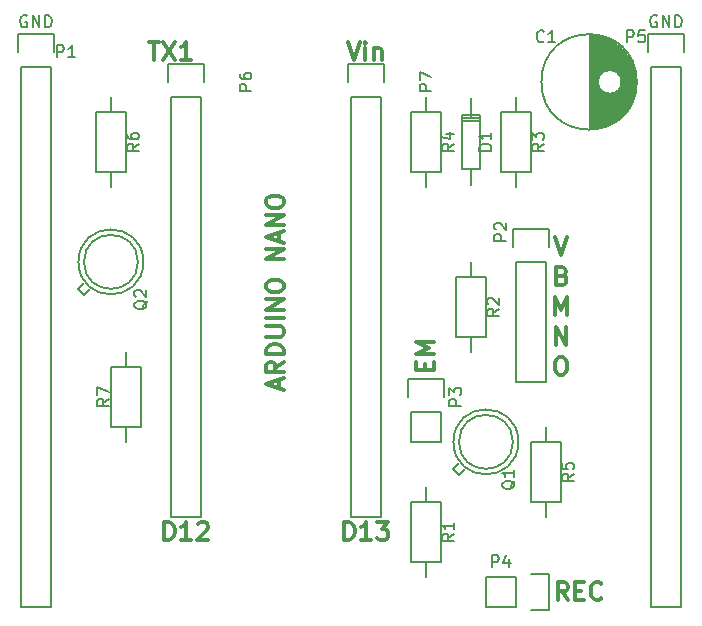
<source format=gbr>
G04 #@! TF.FileFunction,Legend,Top*
%FSLAX46Y46*%
G04 Gerber Fmt 4.6, Leading zero omitted, Abs format (unit mm)*
G04 Created by KiCad (PCBNEW 4.0.4+e1-6308~48~ubuntu16.04.1-stable) date Thu Sep 22 16:48:10 2016*
%MOMM*%
%LPD*%
G01*
G04 APERTURE LIST*
%ADD10C,0.100000*%
%ADD11C,0.300000*%
%ADD12C,0.150000*%
G04 APERTURE END LIST*
D10*
D11*
X57868572Y-117518571D02*
X57868572Y-116018571D01*
X58225715Y-116018571D01*
X58440000Y-116090000D01*
X58582858Y-116232857D01*
X58654286Y-116375714D01*
X58725715Y-116661429D01*
X58725715Y-116875714D01*
X58654286Y-117161429D01*
X58582858Y-117304286D01*
X58440000Y-117447143D01*
X58225715Y-117518571D01*
X57868572Y-117518571D01*
X60154286Y-117518571D02*
X59297143Y-117518571D01*
X59725715Y-117518571D02*
X59725715Y-116018571D01*
X59582858Y-116232857D01*
X59440000Y-116375714D01*
X59297143Y-116447143D01*
X60654286Y-116018571D02*
X61582857Y-116018571D01*
X61082857Y-116590000D01*
X61297143Y-116590000D01*
X61440000Y-116661429D01*
X61511429Y-116732857D01*
X61582857Y-116875714D01*
X61582857Y-117232857D01*
X61511429Y-117375714D01*
X61440000Y-117447143D01*
X61297143Y-117518571D01*
X60868571Y-117518571D01*
X60725714Y-117447143D01*
X60654286Y-117375714D01*
X42628572Y-117518571D02*
X42628572Y-116018571D01*
X42985715Y-116018571D01*
X43200000Y-116090000D01*
X43342858Y-116232857D01*
X43414286Y-116375714D01*
X43485715Y-116661429D01*
X43485715Y-116875714D01*
X43414286Y-117161429D01*
X43342858Y-117304286D01*
X43200000Y-117447143D01*
X42985715Y-117518571D01*
X42628572Y-117518571D01*
X44914286Y-117518571D02*
X44057143Y-117518571D01*
X44485715Y-117518571D02*
X44485715Y-116018571D01*
X44342858Y-116232857D01*
X44200000Y-116375714D01*
X44057143Y-116447143D01*
X45485714Y-116161429D02*
X45557143Y-116090000D01*
X45700000Y-116018571D01*
X46057143Y-116018571D01*
X46200000Y-116090000D01*
X46271429Y-116161429D01*
X46342857Y-116304286D01*
X46342857Y-116447143D01*
X46271429Y-116661429D01*
X45414286Y-117518571D01*
X46342857Y-117518571D01*
X58154286Y-75378571D02*
X58654286Y-76878571D01*
X59154286Y-75378571D01*
X59654286Y-76878571D02*
X59654286Y-75878571D01*
X59654286Y-75378571D02*
X59582857Y-75450000D01*
X59654286Y-75521429D01*
X59725714Y-75450000D01*
X59654286Y-75378571D01*
X59654286Y-75521429D01*
X60368572Y-75878571D02*
X60368572Y-76878571D01*
X60368572Y-76021429D02*
X60440000Y-75950000D01*
X60582858Y-75878571D01*
X60797143Y-75878571D01*
X60940000Y-75950000D01*
X61011429Y-76092857D01*
X61011429Y-76878571D01*
X41322858Y-75378571D02*
X42180001Y-75378571D01*
X41751430Y-76878571D02*
X41751430Y-75378571D01*
X42537144Y-75378571D02*
X43537144Y-76878571D01*
X43537144Y-75378571D02*
X42537144Y-76878571D01*
X44894286Y-76878571D02*
X44037143Y-76878571D01*
X44465715Y-76878571D02*
X44465715Y-75378571D01*
X44322858Y-75592857D01*
X44180000Y-75735714D01*
X44037143Y-75807143D01*
X52320000Y-104662858D02*
X52320000Y-103948572D01*
X52748571Y-104805715D02*
X51248571Y-104305715D01*
X52748571Y-103805715D01*
X52748571Y-102448572D02*
X52034286Y-102948572D01*
X52748571Y-103305715D02*
X51248571Y-103305715D01*
X51248571Y-102734287D01*
X51320000Y-102591429D01*
X51391429Y-102520001D01*
X51534286Y-102448572D01*
X51748571Y-102448572D01*
X51891429Y-102520001D01*
X51962857Y-102591429D01*
X52034286Y-102734287D01*
X52034286Y-103305715D01*
X52748571Y-101805715D02*
X51248571Y-101805715D01*
X51248571Y-101448572D01*
X51320000Y-101234287D01*
X51462857Y-101091429D01*
X51605714Y-101020001D01*
X51891429Y-100948572D01*
X52105714Y-100948572D01*
X52391429Y-101020001D01*
X52534286Y-101091429D01*
X52677143Y-101234287D01*
X52748571Y-101448572D01*
X52748571Y-101805715D01*
X51248571Y-100305715D02*
X52462857Y-100305715D01*
X52605714Y-100234287D01*
X52677143Y-100162858D01*
X52748571Y-100020001D01*
X52748571Y-99734287D01*
X52677143Y-99591429D01*
X52605714Y-99520001D01*
X52462857Y-99448572D01*
X51248571Y-99448572D01*
X52748571Y-98734286D02*
X51248571Y-98734286D01*
X52748571Y-98020000D02*
X51248571Y-98020000D01*
X52748571Y-97162857D01*
X51248571Y-97162857D01*
X51248571Y-96162857D02*
X51248571Y-95877143D01*
X51320000Y-95734285D01*
X51462857Y-95591428D01*
X51748571Y-95520000D01*
X52248571Y-95520000D01*
X52534286Y-95591428D01*
X52677143Y-95734285D01*
X52748571Y-95877143D01*
X52748571Y-96162857D01*
X52677143Y-96305714D01*
X52534286Y-96448571D01*
X52248571Y-96520000D01*
X51748571Y-96520000D01*
X51462857Y-96448571D01*
X51320000Y-96305714D01*
X51248571Y-96162857D01*
X52748571Y-93734285D02*
X51248571Y-93734285D01*
X52748571Y-92877142D01*
X51248571Y-92877142D01*
X52320000Y-92234285D02*
X52320000Y-91519999D01*
X52748571Y-92377142D02*
X51248571Y-91877142D01*
X52748571Y-91377142D01*
X52748571Y-90877142D02*
X51248571Y-90877142D01*
X52748571Y-90019999D01*
X51248571Y-90019999D01*
X51248571Y-89019999D02*
X51248571Y-88734285D01*
X51320000Y-88591427D01*
X51462857Y-88448570D01*
X51748571Y-88377142D01*
X52248571Y-88377142D01*
X52534286Y-88448570D01*
X52677143Y-88591427D01*
X52748571Y-88734285D01*
X52748571Y-89019999D01*
X52677143Y-89162856D01*
X52534286Y-89305713D01*
X52248571Y-89377142D01*
X51748571Y-89377142D01*
X51462857Y-89305713D01*
X51320000Y-89162856D01*
X51248571Y-89019999D01*
X76057143Y-102048571D02*
X76342857Y-102048571D01*
X76485715Y-102120000D01*
X76628572Y-102262857D01*
X76700000Y-102548571D01*
X76700000Y-103048571D01*
X76628572Y-103334286D01*
X76485715Y-103477143D01*
X76342857Y-103548571D01*
X76057143Y-103548571D01*
X75914286Y-103477143D01*
X75771429Y-103334286D01*
X75700000Y-103048571D01*
X75700000Y-102548571D01*
X75771429Y-102262857D01*
X75914286Y-102120000D01*
X76057143Y-102048571D01*
X75771429Y-101008571D02*
X75771429Y-99508571D01*
X76628572Y-101008571D01*
X76628572Y-99508571D01*
X75700000Y-98468571D02*
X75700000Y-96968571D01*
X76200000Y-98040000D01*
X76700000Y-96968571D01*
X76700000Y-98468571D01*
X76307143Y-95142857D02*
X76521429Y-95214286D01*
X76592857Y-95285714D01*
X76664286Y-95428571D01*
X76664286Y-95642857D01*
X76592857Y-95785714D01*
X76521429Y-95857143D01*
X76378571Y-95928571D01*
X75807143Y-95928571D01*
X75807143Y-94428571D01*
X76307143Y-94428571D01*
X76450000Y-94500000D01*
X76521429Y-94571429D01*
X76592857Y-94714286D01*
X76592857Y-94857143D01*
X76521429Y-95000000D01*
X76450000Y-95071429D01*
X76307143Y-95142857D01*
X75807143Y-95142857D01*
X75700000Y-91888571D02*
X76200000Y-93388571D01*
X76700000Y-91888571D01*
X64662857Y-103147857D02*
X64662857Y-102647857D01*
X65448571Y-102433571D02*
X65448571Y-103147857D01*
X63948571Y-103147857D01*
X63948571Y-102433571D01*
X65448571Y-101790714D02*
X63948571Y-101790714D01*
X65020000Y-101290714D01*
X63948571Y-100790714D01*
X65448571Y-100790714D01*
X76779286Y-122598571D02*
X76279286Y-121884286D01*
X75922143Y-122598571D02*
X75922143Y-121098571D01*
X76493571Y-121098571D01*
X76636429Y-121170000D01*
X76707857Y-121241429D01*
X76779286Y-121384286D01*
X76779286Y-121598571D01*
X76707857Y-121741429D01*
X76636429Y-121812857D01*
X76493571Y-121884286D01*
X75922143Y-121884286D01*
X77422143Y-121812857D02*
X77922143Y-121812857D01*
X78136429Y-122598571D02*
X77422143Y-122598571D01*
X77422143Y-121098571D01*
X78136429Y-121098571D01*
X79636429Y-122455714D02*
X79565000Y-122527143D01*
X79350714Y-122598571D01*
X79207857Y-122598571D01*
X78993572Y-122527143D01*
X78850714Y-122384286D01*
X78779286Y-122241429D01*
X78707857Y-121955714D01*
X78707857Y-121741429D01*
X78779286Y-121455714D01*
X78850714Y-121312857D01*
X78993572Y-121170000D01*
X79207857Y-121098571D01*
X79350714Y-121098571D01*
X79565000Y-121170000D01*
X79636429Y-121241429D01*
D12*
X68582540Y-86106520D02*
X68582540Y-87503520D01*
X68582540Y-81661520D02*
X68582540Y-80137520D01*
X69344540Y-82042520D02*
X67820540Y-82042520D01*
X69344540Y-81788520D02*
X67820540Y-81788520D01*
X68582540Y-81534520D02*
X67820540Y-81534520D01*
X67820540Y-81534520D02*
X67820540Y-86106520D01*
X67820540Y-86106520D02*
X69344540Y-86106520D01*
X69344540Y-86106520D02*
X69344540Y-81534520D01*
X69344540Y-81534520D02*
X68582540Y-81534520D01*
X72390000Y-93980000D02*
X72390000Y-104140000D01*
X72390000Y-104140000D02*
X74930000Y-104140000D01*
X74930000Y-104140000D02*
X74930000Y-93980000D01*
X72110000Y-91160000D02*
X72110000Y-92710000D01*
X72390000Y-93980000D02*
X74930000Y-93980000D01*
X75210000Y-92710000D02*
X75210000Y-91160000D01*
X75210000Y-91160000D02*
X72110000Y-91160000D01*
X63220000Y-103860000D02*
X63220000Y-105410000D01*
X63500000Y-109220000D02*
X63500000Y-106680000D01*
X63500000Y-106680000D02*
X66040000Y-106680000D01*
X66320000Y-105410000D02*
X66320000Y-103860000D01*
X66320000Y-103860000D02*
X63220000Y-103860000D01*
X66040000Y-106680000D02*
X66040000Y-109220000D01*
X66040000Y-109220000D02*
X63500000Y-109220000D01*
X67564000Y-112014000D02*
X68072000Y-111506000D01*
X67564000Y-110998000D02*
X67056000Y-111506000D01*
X67056000Y-111506000D02*
X67564000Y-112014000D01*
X72136000Y-109220000D02*
G75*
G03X72136000Y-109220000I-2286000J0D01*
G01*
X72600000Y-109220000D02*
G75*
G03X72600000Y-109220000I-2750000J0D01*
G01*
X63500000Y-119380000D02*
X63500000Y-114300000D01*
X63500000Y-114300000D02*
X66040000Y-114300000D01*
X66040000Y-114300000D02*
X66040000Y-119380000D01*
X66040000Y-119380000D02*
X63500000Y-119380000D01*
X64770000Y-119380000D02*
X64770000Y-120650000D01*
X64770000Y-114300000D02*
X64770000Y-113030000D01*
X69850000Y-95250000D02*
X69850000Y-100330000D01*
X69850000Y-100330000D02*
X67310000Y-100330000D01*
X67310000Y-100330000D02*
X67310000Y-95250000D01*
X67310000Y-95250000D02*
X69850000Y-95250000D01*
X68580000Y-95250000D02*
X68580000Y-93980000D01*
X68580000Y-100330000D02*
X68580000Y-101600000D01*
X71120000Y-86360000D02*
X71120000Y-81280000D01*
X71120000Y-81280000D02*
X73660000Y-81280000D01*
X73660000Y-81280000D02*
X73660000Y-86360000D01*
X73660000Y-86360000D02*
X71120000Y-86360000D01*
X72390000Y-86360000D02*
X72390000Y-87630000D01*
X72390000Y-81280000D02*
X72390000Y-80010000D01*
X66040000Y-81280000D02*
X66040000Y-86360000D01*
X66040000Y-86360000D02*
X63500000Y-86360000D01*
X63500000Y-86360000D02*
X63500000Y-81280000D01*
X63500000Y-81280000D02*
X66040000Y-81280000D01*
X64770000Y-81280000D02*
X64770000Y-80010000D01*
X64770000Y-86360000D02*
X64770000Y-87630000D01*
X76200000Y-109220000D02*
X76200000Y-114300000D01*
X76200000Y-114300000D02*
X73660000Y-114300000D01*
X73660000Y-114300000D02*
X73660000Y-109220000D01*
X73660000Y-109220000D02*
X76200000Y-109220000D01*
X74930000Y-109220000D02*
X74930000Y-107950000D01*
X74930000Y-114300000D02*
X74930000Y-115570000D01*
X78660000Y-74741000D02*
X78660000Y-82739000D01*
X78800000Y-74746000D02*
X78800000Y-82734000D01*
X78940000Y-74756000D02*
X78940000Y-82724000D01*
X79080000Y-74771000D02*
X79080000Y-82709000D01*
X79220000Y-74791000D02*
X79220000Y-82689000D01*
X79360000Y-74816000D02*
X79360000Y-78518000D01*
X79360000Y-78962000D02*
X79360000Y-82664000D01*
X79500000Y-74846000D02*
X79500000Y-78190000D01*
X79500000Y-79290000D02*
X79500000Y-82634000D01*
X79640000Y-74882000D02*
X79640000Y-78021000D01*
X79640000Y-79459000D02*
X79640000Y-82598000D01*
X79780000Y-74923000D02*
X79780000Y-77908000D01*
X79780000Y-79572000D02*
X79780000Y-82557000D01*
X79920000Y-74969000D02*
X79920000Y-77830000D01*
X79920000Y-79650000D02*
X79920000Y-82511000D01*
X80060000Y-75022000D02*
X80060000Y-77779000D01*
X80060000Y-79701000D02*
X80060000Y-82458000D01*
X80200000Y-75081000D02*
X80200000Y-77749000D01*
X80200000Y-79731000D02*
X80200000Y-82399000D01*
X80340000Y-75146000D02*
X80340000Y-77740000D01*
X80340000Y-79740000D02*
X80340000Y-82334000D01*
X80480000Y-75217000D02*
X80480000Y-77751000D01*
X80480000Y-79729000D02*
X80480000Y-82263000D01*
X80620000Y-75296000D02*
X80620000Y-77781000D01*
X80620000Y-79699000D02*
X80620000Y-82184000D01*
X80760000Y-75383000D02*
X80760000Y-77835000D01*
X80760000Y-79645000D02*
X80760000Y-82097000D01*
X80900000Y-75478000D02*
X80900000Y-77915000D01*
X80900000Y-79565000D02*
X80900000Y-82002000D01*
X81040000Y-75582000D02*
X81040000Y-78031000D01*
X81040000Y-79449000D02*
X81040000Y-81898000D01*
X81180000Y-75696000D02*
X81180000Y-78205000D01*
X81180000Y-79275000D02*
X81180000Y-81784000D01*
X81320000Y-75821000D02*
X81320000Y-78567000D01*
X81320000Y-78913000D02*
X81320000Y-81659000D01*
X81460000Y-75959000D02*
X81460000Y-81521000D01*
X81600000Y-76111000D02*
X81600000Y-81369000D01*
X81740000Y-76281000D02*
X81740000Y-81199000D01*
X81880000Y-76472000D02*
X81880000Y-81008000D01*
X82020000Y-76690000D02*
X82020000Y-80790000D01*
X82160000Y-76946000D02*
X82160000Y-80534000D01*
X82300000Y-77257000D02*
X82300000Y-80223000D01*
X82440000Y-77673000D02*
X82440000Y-79807000D01*
X82580000Y-78540000D02*
X82580000Y-78940000D01*
X81335000Y-78740000D02*
G75*
G03X81335000Y-78740000I-1000000J0D01*
G01*
X82622500Y-78740000D02*
G75*
G03X82622500Y-78740000I-4037500J0D01*
G01*
X75210000Y-120370000D02*
X73660000Y-120370000D01*
X69850000Y-120650000D02*
X72390000Y-120650000D01*
X72390000Y-120650000D02*
X72390000Y-123190000D01*
X73660000Y-123470000D02*
X75210000Y-123470000D01*
X75210000Y-123470000D02*
X75210000Y-120370000D01*
X72390000Y-123190000D02*
X69850000Y-123190000D01*
X69850000Y-123190000D02*
X69850000Y-120650000D01*
X45720000Y-80010000D02*
X45720000Y-115570000D01*
X45720000Y-115570000D02*
X43180000Y-115570000D01*
X43180000Y-115570000D02*
X43180000Y-80010000D01*
X42900000Y-77190000D02*
X42900000Y-78740000D01*
X43180000Y-80010000D02*
X45720000Y-80010000D01*
X46000000Y-78740000D02*
X46000000Y-77190000D01*
X46000000Y-77190000D02*
X42900000Y-77190000D01*
X60960000Y-80010000D02*
X60960000Y-115570000D01*
X60960000Y-115570000D02*
X58420000Y-115570000D01*
X58420000Y-115570000D02*
X58420000Y-80010000D01*
X58140000Y-77190000D02*
X58140000Y-78740000D01*
X58420000Y-80010000D02*
X60960000Y-80010000D01*
X61240000Y-78740000D02*
X61240000Y-77190000D01*
X61240000Y-77190000D02*
X58140000Y-77190000D01*
X35814000Y-96774000D02*
X36322000Y-96266000D01*
X35814000Y-95758000D02*
X35306000Y-96266000D01*
X35306000Y-96266000D02*
X35814000Y-96774000D01*
X40386000Y-93980000D02*
G75*
G03X40386000Y-93980000I-2286000J0D01*
G01*
X40850000Y-93980000D02*
G75*
G03X40850000Y-93980000I-2750000J0D01*
G01*
X39370000Y-81280000D02*
X39370000Y-86360000D01*
X39370000Y-86360000D02*
X36830000Y-86360000D01*
X36830000Y-86360000D02*
X36830000Y-81280000D01*
X36830000Y-81280000D02*
X39370000Y-81280000D01*
X38100000Y-81280000D02*
X38100000Y-80010000D01*
X38100000Y-86360000D02*
X38100000Y-87630000D01*
X38100000Y-107950000D02*
X38100000Y-102870000D01*
X38100000Y-102870000D02*
X40640000Y-102870000D01*
X40640000Y-102870000D02*
X40640000Y-107950000D01*
X40640000Y-107950000D02*
X38100000Y-107950000D01*
X39370000Y-107950000D02*
X39370000Y-109220000D01*
X39370000Y-102870000D02*
X39370000Y-101600000D01*
X83820000Y-77470000D02*
X83820000Y-123190000D01*
X83820000Y-123190000D02*
X86360000Y-123190000D01*
X86360000Y-123190000D02*
X86360000Y-77470000D01*
X83540000Y-74650000D02*
X83540000Y-76200000D01*
X83820000Y-77470000D02*
X86360000Y-77470000D01*
X86640000Y-76200000D02*
X86640000Y-74650000D01*
X86640000Y-74650000D02*
X83540000Y-74650000D01*
X30480000Y-77470000D02*
X30480000Y-123190000D01*
X30480000Y-123190000D02*
X33020000Y-123190000D01*
X33020000Y-123190000D02*
X33020000Y-77470000D01*
X30200000Y-74650000D02*
X30200000Y-76200000D01*
X30480000Y-77470000D02*
X33020000Y-77470000D01*
X33300000Y-76200000D02*
X33300000Y-74650000D01*
X33300000Y-74650000D02*
X30200000Y-74650000D01*
X70302381Y-84558095D02*
X69302381Y-84558095D01*
X69302381Y-84320000D01*
X69350000Y-84177142D01*
X69445238Y-84081904D01*
X69540476Y-84034285D01*
X69730952Y-83986666D01*
X69873810Y-83986666D01*
X70064286Y-84034285D01*
X70159524Y-84081904D01*
X70254762Y-84177142D01*
X70302381Y-84320000D01*
X70302381Y-84558095D01*
X70302381Y-83034285D02*
X70302381Y-83605714D01*
X70302381Y-83320000D02*
X69302381Y-83320000D01*
X69445238Y-83415238D01*
X69540476Y-83510476D01*
X69588095Y-83605714D01*
X71572381Y-92178095D02*
X70572381Y-92178095D01*
X70572381Y-91797142D01*
X70620000Y-91701904D01*
X70667619Y-91654285D01*
X70762857Y-91606666D01*
X70905714Y-91606666D01*
X71000952Y-91654285D01*
X71048571Y-91701904D01*
X71096190Y-91797142D01*
X71096190Y-92178095D01*
X70667619Y-91225714D02*
X70620000Y-91178095D01*
X70572381Y-91082857D01*
X70572381Y-90844761D01*
X70620000Y-90749523D01*
X70667619Y-90701904D01*
X70762857Y-90654285D01*
X70858095Y-90654285D01*
X71000952Y-90701904D01*
X71572381Y-91273333D01*
X71572381Y-90654285D01*
X67762381Y-106148095D02*
X66762381Y-106148095D01*
X66762381Y-105767142D01*
X66810000Y-105671904D01*
X66857619Y-105624285D01*
X66952857Y-105576666D01*
X67095714Y-105576666D01*
X67190952Y-105624285D01*
X67238571Y-105671904D01*
X67286190Y-105767142D01*
X67286190Y-106148095D01*
X66762381Y-105243333D02*
X66762381Y-104624285D01*
X67143333Y-104957619D01*
X67143333Y-104814761D01*
X67190952Y-104719523D01*
X67238571Y-104671904D01*
X67333810Y-104624285D01*
X67571905Y-104624285D01*
X67667143Y-104671904D01*
X67714762Y-104719523D01*
X67762381Y-104814761D01*
X67762381Y-105100476D01*
X67714762Y-105195714D01*
X67667143Y-105243333D01*
X72302619Y-112490238D02*
X72255000Y-112585476D01*
X72159762Y-112680714D01*
X72016905Y-112823571D01*
X71969286Y-112918810D01*
X71969286Y-113014048D01*
X72207381Y-112966429D02*
X72159762Y-113061667D01*
X72064524Y-113156905D01*
X71874048Y-113204524D01*
X71540714Y-113204524D01*
X71350238Y-113156905D01*
X71255000Y-113061667D01*
X71207381Y-112966429D01*
X71207381Y-112775952D01*
X71255000Y-112680714D01*
X71350238Y-112585476D01*
X71540714Y-112537857D01*
X71874048Y-112537857D01*
X72064524Y-112585476D01*
X72159762Y-112680714D01*
X72207381Y-112775952D01*
X72207381Y-112966429D01*
X72207381Y-111585476D02*
X72207381Y-112156905D01*
X72207381Y-111871191D02*
X71207381Y-111871191D01*
X71350238Y-111966429D01*
X71445476Y-112061667D01*
X71493095Y-112156905D01*
X67127381Y-117006666D02*
X66651190Y-117340000D01*
X67127381Y-117578095D02*
X66127381Y-117578095D01*
X66127381Y-117197142D01*
X66175000Y-117101904D01*
X66222619Y-117054285D01*
X66317857Y-117006666D01*
X66460714Y-117006666D01*
X66555952Y-117054285D01*
X66603571Y-117101904D01*
X66651190Y-117197142D01*
X66651190Y-117578095D01*
X67127381Y-116054285D02*
X67127381Y-116625714D01*
X67127381Y-116340000D02*
X66127381Y-116340000D01*
X66270238Y-116435238D01*
X66365476Y-116530476D01*
X66413095Y-116625714D01*
X70937381Y-97956666D02*
X70461190Y-98290000D01*
X70937381Y-98528095D02*
X69937381Y-98528095D01*
X69937381Y-98147142D01*
X69985000Y-98051904D01*
X70032619Y-98004285D01*
X70127857Y-97956666D01*
X70270714Y-97956666D01*
X70365952Y-98004285D01*
X70413571Y-98051904D01*
X70461190Y-98147142D01*
X70461190Y-98528095D01*
X70032619Y-97575714D02*
X69985000Y-97528095D01*
X69937381Y-97432857D01*
X69937381Y-97194761D01*
X69985000Y-97099523D01*
X70032619Y-97051904D01*
X70127857Y-97004285D01*
X70223095Y-97004285D01*
X70365952Y-97051904D01*
X70937381Y-97623333D01*
X70937381Y-97004285D01*
X74747381Y-83986666D02*
X74271190Y-84320000D01*
X74747381Y-84558095D02*
X73747381Y-84558095D01*
X73747381Y-84177142D01*
X73795000Y-84081904D01*
X73842619Y-84034285D01*
X73937857Y-83986666D01*
X74080714Y-83986666D01*
X74175952Y-84034285D01*
X74223571Y-84081904D01*
X74271190Y-84177142D01*
X74271190Y-84558095D01*
X73747381Y-83653333D02*
X73747381Y-83034285D01*
X74128333Y-83367619D01*
X74128333Y-83224761D01*
X74175952Y-83129523D01*
X74223571Y-83081904D01*
X74318810Y-83034285D01*
X74556905Y-83034285D01*
X74652143Y-83081904D01*
X74699762Y-83129523D01*
X74747381Y-83224761D01*
X74747381Y-83510476D01*
X74699762Y-83605714D01*
X74652143Y-83653333D01*
X67127381Y-83986666D02*
X66651190Y-84320000D01*
X67127381Y-84558095D02*
X66127381Y-84558095D01*
X66127381Y-84177142D01*
X66175000Y-84081904D01*
X66222619Y-84034285D01*
X66317857Y-83986666D01*
X66460714Y-83986666D01*
X66555952Y-84034285D01*
X66603571Y-84081904D01*
X66651190Y-84177142D01*
X66651190Y-84558095D01*
X66460714Y-83129523D02*
X67127381Y-83129523D01*
X66079762Y-83367619D02*
X66794048Y-83605714D01*
X66794048Y-82986666D01*
X77287381Y-111926666D02*
X76811190Y-112260000D01*
X77287381Y-112498095D02*
X76287381Y-112498095D01*
X76287381Y-112117142D01*
X76335000Y-112021904D01*
X76382619Y-111974285D01*
X76477857Y-111926666D01*
X76620714Y-111926666D01*
X76715952Y-111974285D01*
X76763571Y-112021904D01*
X76811190Y-112117142D01*
X76811190Y-112498095D01*
X76287381Y-111021904D02*
X76287381Y-111498095D01*
X76763571Y-111545714D01*
X76715952Y-111498095D01*
X76668333Y-111402857D01*
X76668333Y-111164761D01*
X76715952Y-111069523D01*
X76763571Y-111021904D01*
X76858810Y-110974285D01*
X77096905Y-110974285D01*
X77192143Y-111021904D01*
X77239762Y-111069523D01*
X77287381Y-111164761D01*
X77287381Y-111402857D01*
X77239762Y-111498095D01*
X77192143Y-111545714D01*
X74763334Y-75287143D02*
X74715715Y-75334762D01*
X74572858Y-75382381D01*
X74477620Y-75382381D01*
X74334762Y-75334762D01*
X74239524Y-75239524D01*
X74191905Y-75144286D01*
X74144286Y-74953810D01*
X74144286Y-74810952D01*
X74191905Y-74620476D01*
X74239524Y-74525238D01*
X74334762Y-74430000D01*
X74477620Y-74382381D01*
X74572858Y-74382381D01*
X74715715Y-74430000D01*
X74763334Y-74477619D01*
X75715715Y-75382381D02*
X75144286Y-75382381D01*
X75430000Y-75382381D02*
X75430000Y-74382381D01*
X75334762Y-74525238D01*
X75239524Y-74620476D01*
X75144286Y-74668095D01*
X70381905Y-119832381D02*
X70381905Y-118832381D01*
X70762858Y-118832381D01*
X70858096Y-118880000D01*
X70905715Y-118927619D01*
X70953334Y-119022857D01*
X70953334Y-119165714D01*
X70905715Y-119260952D01*
X70858096Y-119308571D01*
X70762858Y-119356190D01*
X70381905Y-119356190D01*
X71810477Y-119165714D02*
X71810477Y-119832381D01*
X71572381Y-118784762D02*
X71334286Y-119499048D01*
X71953334Y-119499048D01*
X50002381Y-79478095D02*
X49002381Y-79478095D01*
X49002381Y-79097142D01*
X49050000Y-79001904D01*
X49097619Y-78954285D01*
X49192857Y-78906666D01*
X49335714Y-78906666D01*
X49430952Y-78954285D01*
X49478571Y-79001904D01*
X49526190Y-79097142D01*
X49526190Y-79478095D01*
X49002381Y-78049523D02*
X49002381Y-78240000D01*
X49050000Y-78335238D01*
X49097619Y-78382857D01*
X49240476Y-78478095D01*
X49430952Y-78525714D01*
X49811905Y-78525714D01*
X49907143Y-78478095D01*
X49954762Y-78430476D01*
X50002381Y-78335238D01*
X50002381Y-78144761D01*
X49954762Y-78049523D01*
X49907143Y-78001904D01*
X49811905Y-77954285D01*
X49573810Y-77954285D01*
X49478571Y-78001904D01*
X49430952Y-78049523D01*
X49383333Y-78144761D01*
X49383333Y-78335238D01*
X49430952Y-78430476D01*
X49478571Y-78478095D01*
X49573810Y-78525714D01*
X65242381Y-79478095D02*
X64242381Y-79478095D01*
X64242381Y-79097142D01*
X64290000Y-79001904D01*
X64337619Y-78954285D01*
X64432857Y-78906666D01*
X64575714Y-78906666D01*
X64670952Y-78954285D01*
X64718571Y-79001904D01*
X64766190Y-79097142D01*
X64766190Y-79478095D01*
X64242381Y-78573333D02*
X64242381Y-77906666D01*
X65242381Y-78335238D01*
X41187619Y-97250238D02*
X41140000Y-97345476D01*
X41044762Y-97440714D01*
X40901905Y-97583571D01*
X40854286Y-97678810D01*
X40854286Y-97774048D01*
X41092381Y-97726429D02*
X41044762Y-97821667D01*
X40949524Y-97916905D01*
X40759048Y-97964524D01*
X40425714Y-97964524D01*
X40235238Y-97916905D01*
X40140000Y-97821667D01*
X40092381Y-97726429D01*
X40092381Y-97535952D01*
X40140000Y-97440714D01*
X40235238Y-97345476D01*
X40425714Y-97297857D01*
X40759048Y-97297857D01*
X40949524Y-97345476D01*
X41044762Y-97440714D01*
X41092381Y-97535952D01*
X41092381Y-97726429D01*
X40187619Y-96916905D02*
X40140000Y-96869286D01*
X40092381Y-96774048D01*
X40092381Y-96535952D01*
X40140000Y-96440714D01*
X40187619Y-96393095D01*
X40282857Y-96345476D01*
X40378095Y-96345476D01*
X40520952Y-96393095D01*
X41092381Y-96964524D01*
X41092381Y-96345476D01*
X40457381Y-83986666D02*
X39981190Y-84320000D01*
X40457381Y-84558095D02*
X39457381Y-84558095D01*
X39457381Y-84177142D01*
X39505000Y-84081904D01*
X39552619Y-84034285D01*
X39647857Y-83986666D01*
X39790714Y-83986666D01*
X39885952Y-84034285D01*
X39933571Y-84081904D01*
X39981190Y-84177142D01*
X39981190Y-84558095D01*
X39457381Y-83129523D02*
X39457381Y-83320000D01*
X39505000Y-83415238D01*
X39552619Y-83462857D01*
X39695476Y-83558095D01*
X39885952Y-83605714D01*
X40266905Y-83605714D01*
X40362143Y-83558095D01*
X40409762Y-83510476D01*
X40457381Y-83415238D01*
X40457381Y-83224761D01*
X40409762Y-83129523D01*
X40362143Y-83081904D01*
X40266905Y-83034285D01*
X40028810Y-83034285D01*
X39933571Y-83081904D01*
X39885952Y-83129523D01*
X39838333Y-83224761D01*
X39838333Y-83415238D01*
X39885952Y-83510476D01*
X39933571Y-83558095D01*
X40028810Y-83605714D01*
X37917381Y-105576666D02*
X37441190Y-105910000D01*
X37917381Y-106148095D02*
X36917381Y-106148095D01*
X36917381Y-105767142D01*
X36965000Y-105671904D01*
X37012619Y-105624285D01*
X37107857Y-105576666D01*
X37250714Y-105576666D01*
X37345952Y-105624285D01*
X37393571Y-105671904D01*
X37441190Y-105767142D01*
X37441190Y-106148095D01*
X36917381Y-105243333D02*
X36917381Y-104576666D01*
X37917381Y-105005238D01*
X81811905Y-75382381D02*
X81811905Y-74382381D01*
X82192858Y-74382381D01*
X82288096Y-74430000D01*
X82335715Y-74477619D01*
X82383334Y-74572857D01*
X82383334Y-74715714D01*
X82335715Y-74810952D01*
X82288096Y-74858571D01*
X82192858Y-74906190D01*
X81811905Y-74906190D01*
X83288096Y-74382381D02*
X82811905Y-74382381D01*
X82764286Y-74858571D01*
X82811905Y-74810952D01*
X82907143Y-74763333D01*
X83145239Y-74763333D01*
X83240477Y-74810952D01*
X83288096Y-74858571D01*
X83335715Y-74953810D01*
X83335715Y-75191905D01*
X83288096Y-75287143D01*
X83240477Y-75334762D01*
X83145239Y-75382381D01*
X82907143Y-75382381D01*
X82811905Y-75334762D01*
X82764286Y-75287143D01*
X84328096Y-73160000D02*
X84232858Y-73112381D01*
X84090001Y-73112381D01*
X83947143Y-73160000D01*
X83851905Y-73255238D01*
X83804286Y-73350476D01*
X83756667Y-73540952D01*
X83756667Y-73683810D01*
X83804286Y-73874286D01*
X83851905Y-73969524D01*
X83947143Y-74064762D01*
X84090001Y-74112381D01*
X84185239Y-74112381D01*
X84328096Y-74064762D01*
X84375715Y-74017143D01*
X84375715Y-73683810D01*
X84185239Y-73683810D01*
X84804286Y-74112381D02*
X84804286Y-73112381D01*
X85375715Y-74112381D01*
X85375715Y-73112381D01*
X85851905Y-74112381D02*
X85851905Y-73112381D01*
X86090000Y-73112381D01*
X86232858Y-73160000D01*
X86328096Y-73255238D01*
X86375715Y-73350476D01*
X86423334Y-73540952D01*
X86423334Y-73683810D01*
X86375715Y-73874286D01*
X86328096Y-73969524D01*
X86232858Y-74064762D01*
X86090000Y-74112381D01*
X85851905Y-74112381D01*
X33551905Y-76652381D02*
X33551905Y-75652381D01*
X33932858Y-75652381D01*
X34028096Y-75700000D01*
X34075715Y-75747619D01*
X34123334Y-75842857D01*
X34123334Y-75985714D01*
X34075715Y-76080952D01*
X34028096Y-76128571D01*
X33932858Y-76176190D01*
X33551905Y-76176190D01*
X35075715Y-76652381D02*
X34504286Y-76652381D01*
X34790000Y-76652381D02*
X34790000Y-75652381D01*
X34694762Y-75795238D01*
X34599524Y-75890476D01*
X34504286Y-75938095D01*
X30988096Y-73160000D02*
X30892858Y-73112381D01*
X30750001Y-73112381D01*
X30607143Y-73160000D01*
X30511905Y-73255238D01*
X30464286Y-73350476D01*
X30416667Y-73540952D01*
X30416667Y-73683810D01*
X30464286Y-73874286D01*
X30511905Y-73969524D01*
X30607143Y-74064762D01*
X30750001Y-74112381D01*
X30845239Y-74112381D01*
X30988096Y-74064762D01*
X31035715Y-74017143D01*
X31035715Y-73683810D01*
X30845239Y-73683810D01*
X31464286Y-74112381D02*
X31464286Y-73112381D01*
X32035715Y-74112381D01*
X32035715Y-73112381D01*
X32511905Y-74112381D02*
X32511905Y-73112381D01*
X32750000Y-73112381D01*
X32892858Y-73160000D01*
X32988096Y-73255238D01*
X33035715Y-73350476D01*
X33083334Y-73540952D01*
X33083334Y-73683810D01*
X33035715Y-73874286D01*
X32988096Y-73969524D01*
X32892858Y-74064762D01*
X32750000Y-74112381D01*
X32511905Y-74112381D01*
M02*

</source>
